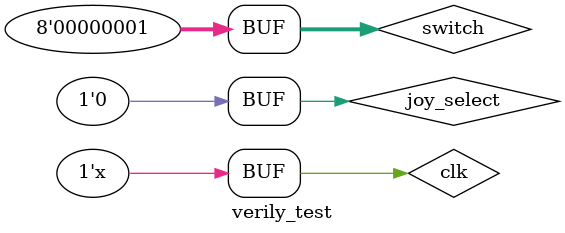
<source format=v>
`timescale 1ns / 1ps

module verily_test;

	// Inputs
	reg clk;
	reg [7:0] switch;
	reg joy_select;

	// Outputs
	wire [7:0] led;
	
	always #1 clk = ~clk;

	// Instantiate the Unit Under Test (UUT)
	verily uut (
		.clk(clk), 
		.switch(switch), 
		.led(led),
		.joy_select(joy_select)
	);

	initial begin
		// Initialize Inputs
		clk = 0;
		switch = 128;
		joy_select = 0;

		// Wait 100 ns for global reset to finish
		#100;
		
		joy_select = 1;
		#10;
		joy_select = 0;
        
		// Add stimulus here
		switch = 1;
		
		#800000;
	end
      
endmodule


</source>
